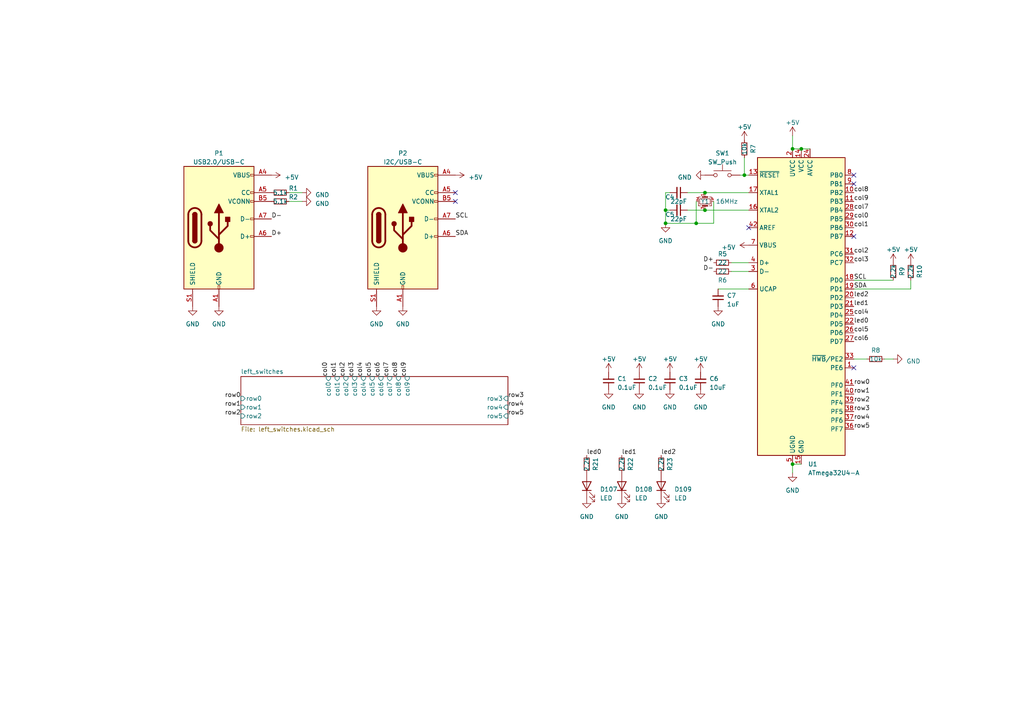
<source format=kicad_sch>
(kicad_sch (version 20230121) (generator eeschema)
  (paper "A4")
  (lib_symbols
    (symbol "Connector:USB_C_Plug_USB2.0" (pin_names (offset 1.016))
      (property "Reference" "P" (at -10.16 19.05 0))
      (property "Value" "USB_C_Plug_USB2.0" (at 12.7 19.05 0))
      (symbol "USB_C_Plug_USB2.0_0_0"
        (rectangle (start -0.254 -17.78) (end 0.254 -16.764))
        (rectangle (start 10.16 -2.286) (end 9.144 -2.794))
        (rectangle (start 10.16 2.794) (end 9.144 2.286))
        (rectangle (start 10.16 7.874) (end 9.144 7.366))
        (rectangle (start 10.16 10.414) (end 9.144 9.906))
        (rectangle (start 10.16 15.494) (end 9.144 14.986))
      )
      (symbol "USB_C_Plug_USB2.0_0_1"
        (rectangle (start -10.16 17.78) (end 10.16 -17.78) (stroke (width 0.254)) (fill (type background)))
        (arc (start -8.89 -3.81) (mid -6.985 -5.7067) (end -5.08 -3.81) (stroke (width 0.508)))
        (arc (start -7.62 -3.81) (mid -6.985 -4.4423) (end -6.35 -3.81) (stroke (width 0.254)))
        (arc (start -7.62 -3.81) (mid -6.985 -4.4423) (end -6.35 -3.81) (stroke (width 0.254)) (fill (type outline)))
        (rectangle (start -7.62 -3.81) (end -6.35 3.81) (stroke (width 0.254)) (fill (type outline)))
        (arc (start -6.35 3.81) (mid -6.985 4.4423) (end -7.62 3.81) (stroke (width 0.254)))
        (arc (start -6.35 3.81) (mid -6.985 4.4423) (end -7.62 3.81) (stroke (width 0.254)) (fill (type outline)))
        (arc (start -5.08 3.81) (mid -6.985 5.7067) (end -8.89 3.81) (stroke (width 0.508)))
        (circle (center -2.54 1.143) (radius 0.635) (stroke (width 0.254)) (fill (type outline)))
        (circle (center 0 -5.842) (radius 1.27) (fill (type outline)))
        (polyline (pts (xy -8.89 -3.81) (xy -8.89 3.81)) (stroke (width 0.508)))
        (polyline (pts (xy -5.08 3.81) (xy -5.08 -3.81)) (stroke (width 0.508)))
        (polyline (pts (xy 0 -5.842) (xy 0 4.318)) (stroke (width 0.508)))
        (polyline (pts (xy 0 -3.302) (xy -2.54 -0.762) (xy -2.54 0.508)) (stroke (width 0.508)))
        (polyline (pts (xy 0 -2.032) (xy 2.54 0.508) (xy 2.54 1.778)) (stroke (width 0.508)))
        (polyline (pts (xy -1.27 4.318) (xy 0 6.858) (xy 1.27 4.318) (xy -1.27 4.318)) (stroke (width 0.254)) (fill (type outline)))
        (rectangle (start 1.905 1.778) (end 3.175 3.048) (stroke (width 0.254)) (fill (type outline)))
      )
      (symbol "USB_C_Plug_USB2.0_1_1"
        (pin passive line (at 0 -22.86 90) (length 5.08) (name "GND") (number "A1"))
        (pin passive line (at 0 -22.86 90) (length 5.08) hide (name "GND") (number "A12"))
        (pin passive line (at 15.24 15.24 180) (length 5.08) (name "VBUS") (number "A4"))
        (pin bidirectional line (at 15.24 10.16 180) (length 5.08) (name "CC") (number "A5"))
        (pin bidirectional line (at 15.24 -2.54 180) (length 5.08) (name "D+") (number "A6"))
        (pin bidirectional line (at 15.24 2.54 180) (length 5.08) (name "D-") (number "A7"))
        (pin passive line (at 15.24 15.24 180) (length 5.08) hide (name "VBUS") (number "A9"))
        (pin passive line (at 0 -22.86 90) (length 5.08) hide (name "GND") (number "B1"))
        (pin passive line (at 0 -22.86 90) (length 5.08) hide (name "GND") (number "B12"))
        (pin passive line (at 15.24 15.24 180) (length 5.08) hide (name "VBUS") (number "B4"))
        (pin bidirectional line (at 15.24 7.62 180) (length 5.08) (name "VCONN") (number "B5"))
        (pin passive line (at 15.24 15.24 180) (length 5.08) hide (name "VBUS") (number "B9"))
        (pin passive line (at -7.62 -22.86 90) (length 5.08) (name "SHIELD") (number "S1"))
      )
    )
    (symbol "Device:C_Small" (pin_numbers hide) (pin_names (offset 0.254) hide)
      (property "Reference" "C" (at 0.254 1.778 0))
      (property "Value" "C_Small" (at 0.254 -2.032 0))
      (symbol "C_Small_0_1"
        (polyline (pts (xy -1.524 -0.508) (xy 1.524 -0.508)) (stroke (width 0.3302)))
        (polyline (pts (xy -1.524 0.508) (xy 1.524 0.508)) (stroke (width 0.3048)))
      )
      (symbol "C_Small_1_1"
        (pin passive line (at 0 2.54 270) (length 2.032) (name "~") (number "1"))
        (pin passive line (at 0 -2.54 90) (length 2.032) (name "~") (number "2"))
      )
    )
    (symbol "Device:Crystal_GND24_Small" (pin_names (offset 1.016) hide)
      (property "Reference" "Y" (at 1.27 4.445 0))
      (property "Value" "Crystal_GND24_Small" (at 1.27 2.54 0))
      (symbol "Crystal_GND24_Small_0_1"
        (rectangle (start -0.762 -1.524) (end 0.762 1.524))
        (polyline (pts (xy -1.27 -0.762) (xy -1.27 0.762)) (stroke (width 0.381)))
        (polyline (pts (xy 1.27 -0.762) (xy 1.27 0.762)) (stroke (width 0.381)))
        (polyline (pts (xy -1.27 -1.27) (xy -1.27 -1.905) (xy 1.27 -1.905) (xy 1.27 -1.27)))
        (polyline (pts (xy -1.27 1.27) (xy -1.27 1.905) (xy 1.27 1.905) (xy 1.27 1.27)))
      )
      (symbol "Crystal_GND24_Small_1_1"
        (pin passive line (at -2.54 0 0) (length 1.27) (name "1") (number "1"))
        (pin passive line (at 0 -2.54 90) (length 0.635) (name "2") (number "2"))
        (pin passive line (at 2.54 0 180) (length 1.27) (name "3") (number "3"))
        (pin passive line (at 0 2.54 270) (length 0.635) (name "4") (number "4"))
      )
    )
    (symbol "Device:LED" (pin_numbers hide) (pin_names (offset 1.016) hide)
      (property "Reference" "D" (at 0 2.54 0))
      (property "Value" "LED" (at 0 -2.54 0))
      (symbol "LED_0_1"
        (polyline (pts (xy -1.27 -1.27) (xy -1.27 1.27)) (stroke (width 0.254)))
        (polyline (pts (xy -1.27 0) (xy 1.27 0)))
        (polyline (pts (xy 1.27 -1.27) (xy 1.27 1.27) (xy -1.27 0) (xy 1.27 -1.27)) (stroke (width 0.254)))
        (polyline (pts (xy -3.048 -0.762) (xy -4.572 -2.286) (xy -3.81 -2.286) (xy -4.572 -2.286) (xy -4.572 -1.524)))
        (polyline (pts (xy -1.778 -0.762) (xy -3.302 -2.286) (xy -2.54 -2.286) (xy -3.302 -2.286) (xy -3.302 -1.524)))
      )
      (symbol "LED_1_1"
        (pin passive line (at -3.81 0 0) (length 2.54) (name "K") (number "1"))
        (pin passive line (at 3.81 0 180) (length 2.54) (name "A") (number "2"))
      )
    )
    (symbol "Device:R_Small" (pin_numbers hide) (pin_names (offset 0.254) hide)
      (property "Reference" "R" (at 0.762 0.508 0))
      (property "Value" "R_Small" (at 0.762 -1.016 0))
      (symbol "R_Small_0_1"
        (rectangle (start -0.762 1.778) (end 0.762 -1.778) (stroke (width 0.2032)))
      )
      (symbol "R_Small_1_1"
        (pin passive line (at 0 2.54 270) (length 0.762) (name "~") (number "1"))
        (pin passive line (at 0 -2.54 90) (length 0.762) (name "~") (number "2"))
      )
    )
    (symbol "MCU_Microchip_ATmega:ATmega32U4-A"
      (property "Reference" "U" (at -12.7 44.45 0))
      (property "Value" "ATmega32U4-A" (at 2.54 -44.45 0))
      (symbol "ATmega32U4-A_0_1"
        (rectangle (start -12.7 -43.18) (end 12.7 43.18) (stroke (width 0.254)) (fill (type background)))
      )
      (symbol "ATmega32U4-A_1_1"
        (pin bidirectional line (at 15.24 -17.78 180) (length 2.54) (name "PE6") (number "1"))
        (pin bidirectional line (at 15.24 33.02 180) (length 2.54) (name "PB2") (number "10"))
        (pin bidirectional line (at 15.24 30.48 180) (length 2.54) (name "PB3") (number "11"))
        (pin bidirectional line (at 15.24 20.32 180) (length 2.54) (name "PB7") (number "12"))
        (pin input line (at -15.24 38.1 0) (length 2.54) (name "~{RESET}") (number "13"))
        (pin power_in line (at 0 45.72 270) (length 2.54) (name "VCC") (number "14"))
        (pin power_in line (at 0 -45.72 90) (length 2.54) (name "GND") (number "15"))
        (pin output line (at -15.24 27.94 0) (length 2.54) (name "XTAL2") (number "16"))
        (pin input line (at -15.24 33.02 0) (length 2.54) (name "XTAL1") (number "17"))
        (pin bidirectional line (at 15.24 7.62 180) (length 2.54) (name "PD0") (number "18"))
        (pin bidirectional line (at 15.24 5.08 180) (length 2.54) (name "PD1") (number "19"))
        (pin power_in line (at -2.54 45.72 270) (length 2.54) (name "UVCC") (number "2"))
        (pin bidirectional line (at 15.24 2.54 180) (length 2.54) (name "PD2") (number "20"))
        (pin bidirectional line (at 15.24 0 180) (length 2.54) (name "PD3") (number "21"))
        (pin bidirectional line (at 15.24 -5.08 180) (length 2.54) (name "PD5") (number "22"))
        (pin passive line (at 0 -45.72 90) (length 2.54) hide (name "GND") (number "23"))
        (pin power_in line (at 2.54 45.72 270) (length 2.54) (name "AVCC") (number "24"))
        (pin bidirectional line (at 15.24 -2.54 180) (length 2.54) (name "PD4") (number "25"))
        (pin bidirectional line (at 15.24 -7.62 180) (length 2.54) (name "PD6") (number "26"))
        (pin bidirectional line (at 15.24 -10.16 180) (length 2.54) (name "PD7") (number "27"))
        (pin bidirectional line (at 15.24 27.94 180) (length 2.54) (name "PB4") (number "28"))
        (pin bidirectional line (at 15.24 25.4 180) (length 2.54) (name "PB5") (number "29"))
        (pin bidirectional line (at -15.24 10.16 0) (length 2.54) (name "D-") (number "3"))
        (pin bidirectional line (at 15.24 22.86 180) (length 2.54) (name "PB6") (number "30"))
        (pin bidirectional line (at 15.24 15.24 180) (length 2.54) (name "PC6") (number "31"))
        (pin bidirectional line (at 15.24 12.7 180) (length 2.54) (name "PC7") (number "32"))
        (pin bidirectional line (at 15.24 -15.24 180) (length 2.54) (name "~{HWB}/PE2") (number "33"))
        (pin passive line (at 0 45.72 270) (length 2.54) hide (name "VCC") (number "34"))
        (pin passive line (at 0 -45.72 90) (length 2.54) hide (name "GND") (number "35"))
        (pin bidirectional line (at 15.24 -35.56 180) (length 2.54) (name "PF7") (number "36"))
        (pin bidirectional line (at 15.24 -33.02 180) (length 2.54) (name "PF6") (number "37"))
        (pin bidirectional line (at 15.24 -30.48 180) (length 2.54) (name "PF5") (number "38"))
        (pin bidirectional line (at 15.24 -27.94 180) (length 2.54) (name "PF4") (number "39"))
        (pin bidirectional line (at -15.24 12.7 0) (length 2.54) (name "D+") (number "4"))
        (pin bidirectional line (at 15.24 -25.4 180) (length 2.54) (name "PF1") (number "40"))
        (pin bidirectional line (at 15.24 -22.86 180) (length 2.54) (name "PF0") (number "41"))
        (pin passive line (at -15.24 22.86 0) (length 2.54) (name "AREF") (number "42"))
        (pin passive line (at 0 -45.72 90) (length 2.54) hide (name "GND") (number "43"))
        (pin passive line (at 2.54 45.72 270) (length 2.54) hide (name "AVCC") (number "44"))
        (pin passive line (at -2.54 -45.72 90) (length 2.54) (name "UGND") (number "5"))
        (pin passive line (at -15.24 5.08 0) (length 2.54) (name "UCAP") (number "6"))
        (pin input line (at -15.24 17.78 0) (length 2.54) (name "VBUS") (number "7"))
        (pin bidirectional line (at 15.24 38.1 180) (length 2.54) (name "PB0") (number "8"))
        (pin bidirectional line (at 15.24 35.56 180) (length 2.54) (name "PB1") (number "9"))
      )
    )
    (symbol "Switch:SW_Push" (pin_numbers hide) (pin_names (offset 1.016) hide)
      (property "Reference" "SW" (at 1.27 2.54 0))
      (property "Value" "SW_Push" (at 0 -1.524 0))
      (symbol "SW_Push_0_1"
        (circle (center -2.032 0) (radius 0.508))
        (polyline (pts (xy 0 1.27) (xy 0 3.048)))
        (polyline (pts (xy 2.54 1.27) (xy -2.54 1.27)))
        (circle (center 2.032 0) (radius 0.508))
        (pin passive line (at -5.08 0 0) (length 2.54) (name "1") (number "1"))
        (pin passive line (at 5.08 0 180) (length 2.54) (name "2") (number "2"))
      )
    )
    (symbol "power:+5V" (power) (pin_names (offset 0))
      (property "Value" "+5V" (at 0 3.556 0))
      (symbol "+5V_0_1"
        (polyline (pts (xy -0.762 1.27) (xy 0 2.54)))
        (polyline (pts (xy 0 0) (xy 0 2.54)))
        (polyline (pts (xy 0 2.54) (xy 0.762 1.27)))
      )
      (symbol "+5V_1_1"
        (pin power_in line (at 0 0 90) (length 0) hide (name "+5V") (number "1"))
      )
    )
    (symbol "power:GND" (power) (pin_names (offset 0))
      (property "Value" "GND" (at 0 -3.81 0))
      (symbol "GND_0_1"
        (polyline (pts (xy 0 0) (xy 0 -1.27) (xy 1.27 -1.27) (xy 0 -2.54) (xy -1.27 -1.27) (xy 0 -1.27)))
      )
      (symbol "GND_1_1"
        (pin power_in line (at 0 0 270) (length 0) hide (name "GND") (number "1"))
      )
    )
  )
  (junction (at 232.41 43.18))
  (junction (at 229.87 134.62))
  (junction (at 204.47 60.96))
  (junction (at 229.87 43.18))
  (junction (at 204.47 55.88))
  (junction (at 215.9 50.8))
  (junction (at 193.04 60.96))
  (junction (at 193.04 64.77))
  (junction (at 201.93 64.77))
  (no_connect (at 247.65 53.34))
  (no_connect (at 132.08 58.42))
  (no_connect (at 247.65 50.8))
  (no_connect (at 217.17 66.04))
  (no_connect (at 132.08 55.88))
  (no_connect (at 247.65 106.68))
  (no_connect (at 247.65 68.58))
  (wire (pts (xy 207.01 64.77) (xy 201.93 64.77)))
  (wire (pts (xy 201.93 64.77) (xy 201.93 58.42)))
  (wire (pts (xy 83.82 58.42) (xy 87.63 58.42)))
  (wire (pts (xy 214.63 50.8) (xy 215.9 50.8)))
  (wire (pts (xy 83.82 55.88) (xy 87.63 55.88)))
  (wire (pts (xy 229.87 39.37) (xy 229.87 43.18)))
  (wire (pts (xy 256.54 104.14) (xy 259.08 104.14)))
  (wire (pts (xy 194.31 55.88) (xy 193.04 55.88)))
  (wire (pts (xy 247.65 104.14) (xy 251.46 104.14)))
  (wire (pts (xy 207.01 58.42) (xy 207.01 64.77)))
  (wire (pts (xy 247.65 83.82) (xy 264.16 83.82)))
  (wire (pts (xy 212.09 76.2) (xy 217.17 76.2)))
  (wire (pts (xy 204.47 55.88) (xy 217.17 55.88)))
  (wire (pts (xy 204.47 60.96) (xy 217.17 60.96)))
  (wire (pts (xy 193.04 55.88) (xy 193.04 60.96)))
  (wire (pts (xy 208.28 83.82) (xy 217.17 83.82)))
  (wire (pts (xy 264.16 83.82) (xy 264.16 81.28)))
  (wire (pts (xy 232.41 43.18) (xy 234.95 43.18)))
  (wire (pts (xy 193.04 60.96) (xy 193.04 64.77)))
  (wire (pts (xy 212.09 78.74) (xy 217.17 78.74)))
  (wire (pts (xy 193.04 60.96) (xy 194.31 60.96)))
  (wire (pts (xy 229.87 134.62) (xy 229.87 137.16)))
  (wire (pts (xy 193.04 64.77) (xy 201.93 64.77)))
  (wire (pts (xy 229.87 43.18) (xy 232.41 43.18)))
  (wire (pts (xy 215.9 45.72) (xy 215.9 50.8)))
  (wire (pts (xy 229.87 134.62) (xy 232.41 134.62)))
  (wire (pts (xy 199.39 55.88) (xy 204.47 55.88)))
  (wire (pts (xy 215.9 50.8) (xy 217.17 50.8)))
  (wire (pts (xy 199.39 60.96) (xy 204.47 60.96)))
  (wire (pts (xy 247.65 81.28) (xy 259.08 81.28)))
  (label "led2" (at 191.77 132.08 0))
  (label "row4" (at 147.32 118.11 0))
  (label "led1" (at 247.65 88.9 0))
  (label "col4" (at 247.65 91.44 0))
  (label "row5" (at 147.32 120.65 0))
  (label "col3" (at 247.65 76.2 0))
  (label "SDA" (at 132.08 68.58 0))
  (label "row0" (at 69.85 115.57 180))
  (label "row2" (at 69.85 120.65 180))
  (label "col7" (at 247.65 60.96 0))
  (label "col5" (at 107.95 109.22 90))
  (label "SDA" (at 247.65 83.82 0))
  (label "col3" (at 102.87 109.22 90))
  (label "col1" (at 247.65 66.04 0))
  (label "led0" (at 170.18 132.08 0))
  (label "SCL" (at 247.65 81.28 0))
  (label "col2" (at 100.33 109.22 90))
  (label "SCL" (at 132.08 63.5 0))
  (label "col7" (at 113.03 109.22 90))
  (label "row2" (at 247.65 116.84 0))
  (label "row1" (at 247.65 114.3 0))
  (label "D-" (at 78.74 63.5 0))
  (label "row0" (at 247.65 111.76 0))
  (label "row1" (at 69.85 118.11 180))
  (label "col0" (at 247.65 63.5 0))
  (label "D+" (at 207.01 76.2 180))
  (label "col2" (at 247.65 73.66 0))
  (label "col0" (at 95.25 109.22 90))
  (label "D+" (at 78.74 68.58 0))
  (label "row4" (at 247.65 121.92 0))
  (label "row3" (at 147.32 115.57 0))
  (label "D-" (at 207.01 78.74 180))
  (label "row5" (at 247.65 124.46 0))
  (label "col4" (at 105.41 109.22 90))
  (label "col6" (at 110.49 109.22 90))
  (label "col1" (at 97.79 109.22 90))
  (label "led2" (at 247.65 86.36 0))
  (label "col8" (at 247.65 55.88 0))
  (label "col9" (at 118.11 109.22 90))
  (label "col9" (at 247.65 58.42 0))
  (label "led1" (at 180.34 132.08 0))
  (label "led0" (at 247.65 93.98 0))
  (label "col6" (at 247.65 99.06 0))
  (label "row3" (at 247.65 119.38 0))
  (label "col5" (at 247.65 96.52 0))
  (label "col8" (at 115.57 109.22 90))
  (symbol (lib_id "Device:LED") (at 191.77 140.97 90) (unit 1)
    (property "Reference" "D109" (at 195.58 141.9225 90) (effects (justify right)))
    (property "Value" "LED" (at 195.58 144.4625 90) (effects (justify right)))
    (property "Footprint" "LED_SMD:LED_0805_2012Metric_Pad1.15x1.40mm_HandSolder" (effects hide))
  )
  (symbol (lib_id "power:+5V") (at 217.17 71.12 90) (unit 1)
    (property "Reference" "#PWR023" (effects hide))
    (property "Value" "+5V" (at 213.36 71.755 90) (effects (justify left)))
  )
  (symbol (lib_id "power:GND") (at 193.04 64.77 0) (unit 1)
    (property "Reference" "#PWR015" (effects hide))
    (property "Value" "GND" (at 193.04 69.85 0))
  )
  (symbol (lib_id "power:GND") (at 87.63 58.42 90) (unit 1)
    (property "Reference" "#PWR05" (effects hide))
    (property "Value" "GND" (at 91.44 59.055 90) (effects (justify right)))
  )
  (symbol (lib_id "power:+5V") (at 215.9 40.64 0) (unit 1)
    (property "Reference" "#PWR022" (effects hide))
    (property "Value" "+5V" (at 215.9 36.83 0))
  )
  (symbol (lib_id "power:GND") (at 203.2 113.03 0) (unit 1)
    (property "Reference" "#PWR019" (effects hide))
    (property "Value" "GND" (at 203.2 118.11 0))
  )
  (symbol (lib_id "power:+5V") (at 78.74 50.8 270) (unit 1)
    (property "Reference" "#PWR03" (effects hide))
    (property "Value" "+5V" (at 82.55 51.435 90) (effects (justify left)))
  )
  (symbol (lib_id "Device:LED") (at 180.34 140.97 90) (unit 1)
    (property "Reference" "D108" (at 184.15 141.9225 90) (effects (justify right)))
    (property "Value" "LED" (at 184.15 144.4625 90) (effects (justify right)))
    (property "Footprint" "LED_SMD:LED_0805_2012Metric_Pad1.15x1.40mm_HandSolder" (effects hide))
  )
  (symbol (lib_id "Device:Crystal_GND24_Small") (at 204.47 58.42 270) (unit 1)
    (property "Reference" "Y1" (at 204.47 58.42 90))
    (property "Value" "16MHz" (at 210.82 58.42 90))
    (property "Footprint" "Crystal:Crystal_SMD_3225-4Pin_3.2x2.5mm_HandSoldering" (effects hide))
  )
  (symbol (lib_id "Device:C_Small") (at 185.42 110.49 180) (unit 1)
    (property "Reference" "C2" (at 187.96 109.8486 0) (effects (justify right)))
    (property "Value" "0.1uF" (at 187.96 112.3886 0) (effects (justify right)))
    (property "Footprint" "Capacitor_SMD:C_0805_2012Metric_Pad1.18x1.45mm_HandSolder" (effects hide))
  )
  (symbol (lib_id "power:+5V") (at 203.2 107.95 0) (unit 1)
    (property "Reference" "#PWR018" (effects hide))
    (property "Value" "+5V" (at 203.2 104.14 0))
  )
  (symbol (lib_id "Device:C_Small") (at 208.28 86.36 180) (unit 1)
    (property "Reference" "C7" (at 210.82 85.7186 0) (effects (justify right)))
    (property "Value" "1uF" (at 210.82 88.2586 0) (effects (justify right)))
    (property "Footprint" "Capacitor_SMD:C_0805_2012Metric_Pad1.18x1.45mm_HandSolder" (effects hide))
  )
  (symbol (lib_id "Device:R_Small") (at 264.16 78.74 0) (unit 1)
    (property "Reference" "R10" (at 266.7 78.74 90))
    (property "Value" "2.2k" (at 264.16 78.74 90))
    (property "Footprint" "Resistor_SMD:R_0805_2012Metric_Pad1.20x1.40mm_HandSolder" (effects hide))
  )
  (symbol (lib_id "Device:C_Small") (at 196.85 55.88 270) (unit 1)
    (property "Reference" "C4" (at 194.31 57.15 90))
    (property "Value" "22pF" (at 196.85 58.42 90))
    (property "Footprint" "Capacitor_SMD:C_0805_2012Metric_Pad1.18x1.45mm_HandSolder" (effects hide))
  )
  (symbol (lib_id "power:+5V") (at 176.53 107.95 0) (unit 1)
    (property "Reference" "#PWR011" (effects hide))
    (property "Value" "+5V" (at 176.53 104.14 0))
  )
  (symbol (lib_id "Device:R_Small") (at 254 104.14 90) (unit 1)
    (property "Reference" "R8" (at 254 101.6 90))
    (property "Value" "10k" (at 254 104.14 90))
    (property "Footprint" "Resistor_SMD:R_0805_2012Metric_Pad1.20x1.40mm_HandSolder" (effects hide))
  )
  (symbol (lib_id "power:GND") (at 208.28 88.9 0) (unit 1)
    (property "Reference" "#PWR021" (effects hide))
    (property "Value" "GND" (at 208.28 93.98 0))
  )
  (symbol (lib_id "power:GND") (at 109.22 88.9 0) (unit 1)
    (property "Reference" "#PWR06" (effects hide))
    (property "Value" "GND" (at 109.22 93.98 0))
  )
  (symbol (lib_id "power:+5V") (at 229.87 39.37 0) (unit 1)
    (property "Reference" "#PWR024" (effects hide))
    (property "Value" "+5V" (at 229.87 35.56 0))
  )
  (symbol (lib_id "Device:R_Small") (at 191.77 134.62 0) (unit 1)
    (property "Reference" "R23" (at 194.31 134.62 90))
    (property "Value" "2.2k" (at 191.77 134.62 90))
    (property "Footprint" "Resistor_SMD:R_0805_2012Metric_Pad1.20x1.40mm_HandSolder" (effects hide))
  )
  (symbol (lib_id "power:GND") (at 191.77 144.78 0) (unit 1)
    (property "Reference" "#PWR059" (effects hide))
    (property "Value" "GND" (at 191.77 149.86 0))
  )
  (symbol (lib_id "Connector:USB_C_Plug_USB2.0") (at 116.84 66.04 0) (unit 1)
    (property "Reference" "P2" (at 116.84 44.45 0))
    (property "Value" "I2C/USB-C" (at 116.84 46.99 0))
    (property "Footprint" "Connector_USB:USB_C_Receptacle_HRO_TYPE-C-31-M-12" (effects hide))
    (property "Datasheet" "https://www.usb.org/sites/default/files/documents/usb_type-c.zip" (effects hide))
  )
  (symbol (lib_id "power:GND") (at 180.34 144.78 0) (unit 1)
    (property "Reference" "#PWR058" (effects hide))
    (property "Value" "GND" (at 180.34 149.86 0))
  )
  (symbol (lib_id "power:+5V") (at 185.42 107.95 0) (unit 1)
    (property "Reference" "#PWR013" (effects hide))
    (property "Value" "+5V" (at 185.42 104.14 0))
  )
  (symbol (lib_id "power:+5V") (at 264.16 76.2 0) (unit 1)
    (property "Reference" "#PWR028" (effects hide))
    (property "Value" "+5V" (at 264.16 72.39 0))
  )
  (symbol (lib_id "power:GND") (at 63.5 88.9 0) (unit 1)
    (property "Reference" "#PWR02" (effects hide))
    (property "Value" "GND" (at 63.5 93.98 0))
  )
  (symbol (lib_id "Device:C_Small") (at 176.53 110.49 180) (unit 1)
    (property "Reference" "C1" (at 179.07 109.8486 0) (effects (justify right)))
    (property "Value" "0.1uF" (at 179.07 112.3886 0) (effects (justify right)))
    (property "Footprint" "Capacitor_SMD:C_0805_2012Metric_Pad1.18x1.45mm_HandSolder" (effects hide))
  )
  (symbol (lib_id "Switch:SW_Push") (at 209.55 50.8 0) (unit 1)
    (property "Reference" "SW1" (at 209.55 44.45 0))
    (property "Value" "SW_Push" (at 209.55 46.99 0))
    (property "Footprint" "random-keyboard-parts:SKQG-1155865" (effects hide))
  )
  (symbol (lib_id "power:GND") (at 116.84 88.9 0) (unit 1)
    (property "Reference" "#PWR07" (effects hide))
    (property "Value" "GND" (at 116.84 93.98 0))
  )
  (symbol (lib_id "Device:R_Small") (at 180.34 134.62 0) (unit 1)
    (property "Reference" "R22" (at 182.88 134.62 90))
    (property "Value" "2.2k" (at 180.34 134.62 90))
    (property "Footprint" "Resistor_SMD:R_0805_2012Metric_Pad1.20x1.40mm_HandSolder" (effects hide))
  )
  (symbol (lib_id "power:GND") (at 55.88 88.9 0) (unit 1)
    (property "Reference" "#PWR01" (effects hide))
    (property "Value" "GND" (at 55.88 93.98 0))
  )
  (symbol (lib_id "power:+5V") (at 132.08 50.8 270) (unit 1)
    (property "Reference" "#PWR08" (effects hide))
    (property "Value" "+5V" (at 135.89 51.435 90) (effects (justify left)))
  )
  (symbol (lib_id "power:+5V") (at 259.08 76.2 0) (unit 1)
    (property "Reference" "#PWR026" (effects hide))
    (property "Value" "+5V" (at 259.08 72.39 0))
  )
  (symbol (lib_id "Device:R_Small") (at 259.08 78.74 0) (unit 1)
    (property "Reference" "R9" (at 261.62 78.74 90))
    (property "Value" "2.2k" (at 259.08 78.74 90))
    (property "Footprint" "Resistor_SMD:R_0805_2012Metric_Pad1.20x1.40mm_HandSolder" (effects hide))
  )
  (symbol (lib_id "power:GND") (at 194.31 113.03 0) (unit 1)
    (property "Reference" "#PWR017" (effects hide))
    (property "Value" "GND" (at 194.31 118.11 0))
  )
  (symbol (lib_id "Device:R_Small") (at 209.55 76.2 90) (unit 1)
    (property "Reference" "R5" (at 209.55 73.66 90))
    (property "Value" "22" (at 209.55 76.2 90))
    (property "Footprint" "Resistor_SMD:R_0805_2012Metric_Pad1.20x1.40mm_HandSolder" (effects hide))
  )
  (symbol (lib_id "Device:R_Small") (at 81.28 55.88 90) (unit 1)
    (property "Reference" "R1" (at 85.09 54.61 90))
    (property "Value" "5.1k" (at 81.28 55.88 90))
    (property "Footprint" "Resistor_SMD:R_0805_2012Metric_Pad1.20x1.40mm_HandSolder" (effects hide))
  )
  (symbol (lib_id "Device:LED") (at 170.18 140.97 90) (unit 1)
    (property "Reference" "D107" (at 173.99 141.9225 90) (effects (justify right)))
    (property "Value" "LED" (at 173.99 144.4625 90) (effects (justify right)))
    (property "Footprint" "LED_SMD:LED_0805_2012Metric_Pad1.15x1.40mm_HandSolder" (effects hide))
  )
  (symbol (lib_id "power:GND") (at 204.47 50.8 270) (unit 1)
    (property "Reference" "#PWR020" (effects hide))
    (property "Value" "GND" (at 200.66 51.435 90) (effects (justify right)))
  )
  (symbol (lib_id "Device:R_Small") (at 170.18 134.62 0) (unit 1)
    (property "Reference" "R21" (at 172.72 134.62 90))
    (property "Value" "2.2k" (at 170.18 134.62 90))
    (property "Footprint" "Resistor_SMD:R_0805_2012Metric_Pad1.20x1.40mm_HandSolder" (effects hide))
  )
  (symbol (lib_id "Device:R_Small") (at 81.28 58.42 90) (unit 1)
    (property "Reference" "R2" (at 85.09 57.15 90))
    (property "Value" "5.1k" (at 81.28 58.42 90))
    (property "Footprint" "Resistor_SMD:R_0805_2012Metric_Pad1.20x1.40mm_HandSolder" (effects hide))
  )
  (symbol (lib_id "power:GND") (at 259.08 104.14 90) (unit 1)
    (property "Reference" "#PWR027" (effects hide))
    (property "Value" "GND" (at 262.89 104.775 90) (effects (justify right)))
  )
  (symbol (lib_id "power:GND") (at 229.87 137.16 0) (unit 1)
    (property "Reference" "#PWR025" (effects hide))
    (property "Value" "GND" (at 229.87 142.24 0))
  )
  (symbol (lib_id "power:GND") (at 87.63 55.88 90) (unit 1)
    (property "Reference" "#PWR04" (effects hide))
    (property "Value" "GND" (at 91.44 56.515 90) (effects (justify right)))
  )
  (symbol (lib_id "Device:C_Small") (at 196.85 60.96 270) (unit 1)
    (property "Reference" "C5" (at 194.31 62.23 90))
    (property "Value" "22pF" (at 196.85 63.5 90))
    (property "Footprint" "Capacitor_SMD:C_0805_2012Metric_Pad1.18x1.45mm_HandSolder" (effects hide))
  )
  (symbol (lib_id "Device:C_Small") (at 203.2 110.49 180) (unit 1)
    (property "Reference" "C6" (at 205.74 109.8486 0) (effects (justify right)))
    (property "Value" "10uF" (at 205.74 112.3886 0) (effects (justify right)))
    (property "Footprint" "Capacitor_SMD:C_0805_2012Metric_Pad1.18x1.45mm_HandSolder" (effects hide))
  )
  (symbol (lib_id "power:GND") (at 176.53 113.03 0) (unit 1)
    (property "Reference" "#PWR012" (effects hide))
    (property "Value" "GND" (at 176.53 118.11 0))
  )
  (symbol (lib_id "Device:C_Small") (at 194.31 110.49 180) (unit 1)
    (property "Reference" "C3" (at 196.85 109.8486 0) (effects (justify right)))
    (property "Value" "0.1uF" (at 196.85 112.3886 0) (effects (justify right)))
    (property "Footprint" "Capacitor_SMD:C_0805_2012Metric_Pad1.18x1.45mm_HandSolder" (effects hide))
  )
  (symbol (lib_id "MCU_Microchip_ATmega:ATmega32U4-A") (at 232.41 88.9 0) (unit 1)
    (property "Reference" "U1" (at 234.3659 134.62 0) (effects (justify left)))
    (property "Value" "ATmega32U4-A" (at 234.3659 137.16 0) (effects (justify left)))
    (property "Footprint" "Package_QFP:TQFP-44_10x10mm_P0.8mm" (effects hide))
    (property "Datasheet" "http://ww1.microchip.com/downloads/en/DeviceDoc/Atmel-7766-8-bit-AVR-ATmega16U4-32U4_Datasheet.pdf" (effects hide))
  )
  (symbol (lib_id "power:GND") (at 185.42 113.03 0) (unit 1)
    (property "Reference" "#PWR014" (effects hide))
    (property "Value" "GND" (at 185.42 118.11 0))
  )
  (symbol (lib_id "Device:R_Small") (at 209.55 78.74 90) (unit 1)
    (property "Reference" "R6" (at 209.55 81.28 90))
    (property "Value" "22" (at 209.55 78.74 90))
    (property "Footprint" "Resistor_SMD:R_0805_2012Metric_Pad1.20x1.40mm_HandSolder" (effects hide))
  )
  (symbol (lib_id "power:GND") (at 170.18 144.78 0) (unit 1)
    (property "Reference" "#PWR057" (effects hide))
    (property "Value" "GND" (at 170.18 149.86 0))
  )
  (symbol (lib_id "power:+5V") (at 194.31 107.95 0) (unit 1)
    (property "Reference" "#PWR016" (effects hide))
    (property "Value" "+5V" (at 194.31 104.14 0))
  )
  (symbol (lib_id "Device:R_Small") (at 215.9 43.18 0) (unit 1)
    (property "Reference" "R7" (at 218.44 43.18 90))
    (property "Value" "10k" (at 215.9 43.18 90))
    (property "Footprint" "Resistor_SMD:R_0805_2012Metric_Pad1.20x1.40mm_HandSolder" (effects hide))
  )
  (symbol (lib_id "Connector:USB_C_Plug_USB2.0") (at 63.5 66.04 0) (unit 1)
    (property "Reference" "P1" (at 63.5 44.45 0))
    (property "Value" "USB2.0/USB-C" (at 63.5 46.99 0))
    (property "Footprint" "Connector_USB:USB_C_Receptacle_HRO_TYPE-C-31-M-12" (effects hide))
    (property "Datasheet" "https://www.usb.org/sites/default/files/documents/usb_type-c.zip" (effects hide))
  )
  (sheet (at 69.85 109.22) (size 77.47 13.97) (stroke (width 0.1524))
    (property "Sheetname" "left_switches" (at 69.85 108.5084 0) (effects (justify left bottom)))
    (property "Sheetfile" "left_switches.kicad_sch" (at 69.85 123.7746 0) (effects (justify left top)))
    (pin "col0" input (at 95.25 109.22 90))
    (pin "col2" input (at 100.33 109.22 90))
    (pin "col1" input (at 97.79 109.22 90))
    (pin "row1" input (at 69.85 118.11 180))
    (pin "row0" input (at 69.85 115.57 180))
    (pin "row2" input (at 69.85 120.65 180))
    (pin "row3" input (at 147.32 115.57 0))
    (pin "row4" input (at 147.32 118.11 0))
    (pin "row5" input (at 147.32 120.65 0))
    (pin "col3" input (at 102.87 109.22 90))
    (pin "col4" input (at 105.41 109.22 90))
    (pin "col5" input (at 107.95 109.22 90))
    (pin "col8" input (at 115.57 109.22 90))
    (pin "col9" input (at 118.11 109.22 90))
    (pin "col6" input (at 110.49 109.22 90))
    (pin "col7" input (at 113.03 109.22 90))
  )
)
</source>
